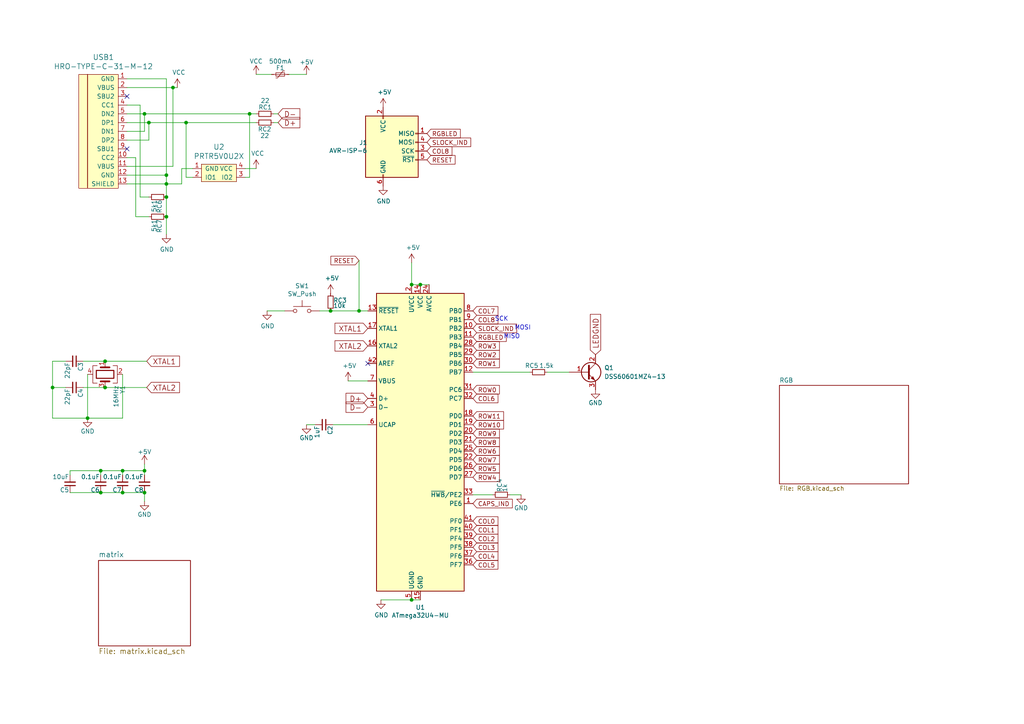
<source format=kicad_sch>
(kicad_sch (version 20211123) (generator eeschema)
  (paper "A4")
  (lib_symbols
    (symbol "KBD8X_MK2_Components:ATmega32U4-M"
      (property "Reference" "U" (at -12.7 44.45 0))
      (property "Value" "ATmega32U4-M" (at 2.54 -44.45 0))
      (symbol "ATmega32U4-M_0_1"
        (rectangle (start -12.7 -43.18) (end 12.7 43.18) (stroke (width 0.254)) (fill (type background)))
      )
      (symbol "ATmega32U4-M_1_1"
        (pin bidirectional line (at 15.24 -17.78 180) (length 2.54) (name "PE6") (number "1"))
        (pin bidirectional line (at 15.24 33.02 180) (length 2.54) (name "PB2") (number "10"))
        (pin bidirectional line (at 15.24 30.48 180) (length 2.54) (name "PB3") (number "11"))
        (pin bidirectional line (at 15.24 20.32 180) (length 2.54) (name "PB7") (number "12"))
        (pin input line (at -15.24 38.1 0) (length 2.54) (name "~{RESET}") (number "13"))
        (pin power_in line (at 0 45.72 270) (length 2.54) (name "VCC") (number "14"))
        (pin power_in line (at 0 -45.72 90) (length 2.54) (name "GND") (number "15"))
        (pin output line (at -15.24 27.94 0) (length 2.54) (name "XTAL2") (number "16"))
        (pin input line (at -15.24 33.02 0) (length 2.54) (name "XTAL1") (number "17"))
        (pin bidirectional line (at 15.24 7.62 180) (length 2.54) (name "PD0") (number "18"))
        (pin bidirectional line (at 15.24 5.08 180) (length 2.54) (name "PD1") (number "19"))
        (pin power_in line (at -2.54 45.72 270) (length 2.54) (name "UVCC") (number "2"))
        (pin bidirectional line (at 15.24 2.54 180) (length 2.54) (name "PD2") (number "20"))
        (pin bidirectional line (at 15.24 0 180) (length 2.54) (name "PD3") (number "21"))
        (pin bidirectional line (at 15.24 -5.08 180) (length 2.54) (name "PD5") (number "22"))
        (pin passive line (at 0 -45.72 90) (length 2.54) hide (name "GND") (number "23"))
        (pin power_in line (at 2.54 45.72 270) (length 2.54) (name "AVCC") (number "24"))
        (pin bidirectional line (at 15.24 -2.54 180) (length 2.54) (name "PD4") (number "25"))
        (pin bidirectional line (at 15.24 -7.62 180) (length 2.54) (name "PD6") (number "26"))
        (pin bidirectional line (at 15.24 -10.16 180) (length 2.54) (name "PD7") (number "27"))
        (pin bidirectional line (at 15.24 27.94 180) (length 2.54) (name "PB4") (number "28"))
        (pin bidirectional line (at 15.24 25.4 180) (length 2.54) (name "PB5") (number "29"))
        (pin bidirectional line (at -15.24 10.16 0) (length 2.54) (name "D-") (number "3"))
        (pin bidirectional line (at 15.24 22.86 180) (length 2.54) (name "PB6") (number "30"))
        (pin bidirectional line (at 15.24 15.24 180) (length 2.54) (name "PC6") (number "31"))
        (pin bidirectional line (at 15.24 12.7 180) (length 2.54) (name "PC7") (number "32"))
        (pin bidirectional line (at 15.24 -15.24 180) (length 2.54) (name "~{HWB}/PE2") (number "33"))
        (pin passive line (at 0 45.72 270) (length 2.54) hide (name "VCC") (number "34"))
        (pin passive line (at 0 -45.72 90) (length 2.54) hide (name "GND") (number "35"))
        (pin bidirectional line (at 15.24 -35.56 180) (length 2.54) (name "PF7") (number "36"))
        (pin bidirectional line (at 15.24 -33.02 180) (length 2.54) (name "PF6") (number "37"))
        (pin bidirectional line (at 15.24 -30.48 180) (length 2.54) (name "PF5") (number "38"))
        (pin bidirectional line (at 15.24 -27.94 180) (length 2.54) (name "PF4") (number "39"))
        (pin bidirectional line (at -15.24 12.7 0) (length 2.54) (name "D+") (number "4"))
        (pin bidirectional line (at 15.24 -25.4 180) (length 2.54) (name "PF1") (number "40"))
        (pin bidirectional line (at 15.24 -22.86 180) (length 2.54) (name "PF0") (number "41"))
        (pin passive line (at -15.24 22.86 0) (length 2.54) (name "AREF") (number "42"))
        (pin passive line (at 0 -45.72 90) (length 2.54) hide (name "GND") (number "43"))
        (pin passive line (at 2.54 45.72 270) (length 2.54) hide (name "AVCC") (number "44"))
        (pin passive line (at 0 -45.72 90) (length 2.54) hide (name "GND") (number "45"))
        (pin passive line (at -2.54 -45.72 90) (length 2.54) (name "UGND") (number "5"))
        (pin passive line (at -15.24 5.08 0) (length 2.54) (name "UCAP") (number "6"))
        (pin input line (at -15.24 17.78 0) (length 2.54) (name "VBUS") (number "7"))
        (pin bidirectional line (at 15.24 38.1 180) (length 2.54) (name "PB0") (number "8"))
        (pin bidirectional line (at 15.24 35.56 180) (length 2.54) (name "PB1") (number "9"))
      )
    )
    (symbol "KBD8X_MK2_Components:AVR-ISP-6" (pin_names (offset 1.016))
      (property "Reference" "J" (at -6.35 11.43 0))
      (property "Value" "AVR-ISP-6" (at 0 11.43 0))
      (symbol "AVR-ISP-6_0_1"
        (rectangle (start -2.667 -6.858) (end -2.413 -7.62))
        (rectangle (start -2.667 10.16) (end -2.413 9.398))
        (rectangle (start 7.62 -2.413) (end 6.858 -2.667))
        (rectangle (start 7.62 0.127) (end 6.858 -0.127))
        (rectangle (start 7.62 2.667) (end 6.858 2.413))
        (rectangle (start 7.62 5.207) (end 6.858 4.953))
        (rectangle (start 7.62 10.16) (end -7.62 -7.62) (stroke (width 0.254)) (fill (type background)))
      )
      (symbol "AVR-ISP-6_1_1"
        (pin passive line (at 10.16 5.08 180) (length 2.54) (name "MISO") (number "1"))
        (pin passive line (at -2.54 12.7 270) (length 2.54) (name "VCC") (number "2"))
        (pin passive line (at 10.16 0 180) (length 2.54) (name "SCK") (number "3"))
        (pin passive line (at 10.16 2.54 180) (length 2.54) (name "MOSI") (number "4"))
        (pin passive line (at 10.16 -2.54 180) (length 2.54) (name "~{RST}") (number "5"))
        (pin passive line (at -2.54 -10.16 90) (length 2.54) (name "GND") (number "6"))
      )
    )
    (symbol "KBD8X_MK2_Components:C_Small" (pin_numbers hide) (pin_names (offset 0.254) hide)
      (property "Reference" "C" (at 0.254 1.778 0))
      (property "Value" "C_Small" (at 0.254 -2.032 0))
      (symbol "C_Small_0_1"
        (polyline (pts (xy -1.524 -0.508) (xy 1.524 -0.508)) (stroke (width 0.3302)))
        (polyline (pts (xy -1.524 0.508) (xy 1.524 0.508)) (stroke (width 0.3048)))
      )
      (symbol "C_Small_1_1"
        (pin passive line (at 0 2.54 270) (length 2.032) (name "~") (number "1"))
        (pin passive line (at 0 -2.54 90) (length 2.032) (name "~") (number "2"))
      )
    )
    (symbol "KBD8X_MK2_Components:Crystal_GND24" (pin_names (offset 1.016) hide)
      (property "Reference" "Y" (at 3.175 5.08 0))
      (property "Value" "Crystal_GND24" (at 3.175 3.175 0))
      (symbol "Crystal_GND24_0_1"
        (rectangle (start -1.143 2.54) (end 1.143 -2.54) (stroke (width 0.3048)))
        (polyline (pts (xy -2.54 0) (xy -2.032 0)))
        (polyline (pts (xy -2.032 -1.27) (xy -2.032 1.27)) (stroke (width 0.508)))
        (polyline (pts (xy 0 -3.81) (xy 0 -3.556)))
        (polyline (pts (xy 0 3.556) (xy 0 3.81)))
        (polyline (pts (xy 2.032 -1.27) (xy 2.032 1.27)) (stroke (width 0.508)))
        (polyline (pts (xy 2.032 0) (xy 2.54 0)))
        (polyline (pts (xy -2.54 -2.286) (xy -2.54 -3.556) (xy 2.54 -3.556) (xy 2.54 -2.286)))
        (polyline (pts (xy -2.54 2.286) (xy -2.54 3.556) (xy 2.54 3.556) (xy 2.54 2.286)))
      )
      (symbol "Crystal_GND24_1_1"
        (pin passive line (at -3.81 0 0) (length 1.27) (name "1") (number "1"))
        (pin passive line (at 0 5.08 270) (length 1.27) (name "2") (number "2"))
        (pin passive line (at 3.81 0 180) (length 1.27) (name "3") (number "3"))
        (pin passive line (at 0 -5.08 90) (length 1.27) (name "4") (number "4"))
      )
    )
    (symbol "KBD8X_MK2_Components:HRO-TYPE-C-31-M-12" (pin_names (offset 1.016))
      (property "Reference" "USB" (at -5.08 16.51 0))
      (property "Value" "HRO-TYPE-C-31-M-12" (at -10.16 -1.27 90))
      (symbol "HRO-TYPE-C-31-M-12_0_1"
        (rectangle (start -11.43 15.24) (end -8.89 -17.78) (fill (type background)))
        (rectangle (start 0 -17.78) (end -8.89 15.24) (fill (type background)))
      )
      (symbol "HRO-TYPE-C-31-M-12_1_1"
        (pin input line (at 2.54 13.97 180) (length 2.54) (name "GND") (number "1"))
        (pin input line (at 2.54 -8.89 180) (length 2.54) (name "CC2") (number "10"))
        (pin input line (at 2.54 -11.43 180) (length 2.54) (name "VBUS") (number "11"))
        (pin input line (at 2.54 -13.97 180) (length 2.54) (name "GND") (number "12"))
        (pin input line (at 2.54 -16.51 180) (length 2.54) (name "SHIELD") (number "13"))
        (pin input line (at 2.54 11.43 180) (length 2.54) (name "VBUS") (number "2"))
        (pin input line (at 2.54 8.89 180) (length 2.54) (name "SBU2") (number "3"))
        (pin input line (at 2.54 6.35 180) (length 2.54) (name "CC1") (number "4"))
        (pin input line (at 2.54 3.81 180) (length 2.54) (name "DN2") (number "5"))
        (pin input line (at 2.54 1.27 180) (length 2.54) (name "DP1") (number "6"))
        (pin input line (at 2.54 -1.27 180) (length 2.54) (name "DN1") (number "7"))
        (pin input line (at 2.54 -3.81 180) (length 2.54) (name "DP2") (number "8"))
        (pin input line (at 2.54 -6.35 180) (length 2.54) (name "SBU1") (number "9"))
      )
    )
    (symbol "KBD8X_MK2_Components:PRTR5V0U2X" (pin_names (offset 1.016))
      (property "Reference" "U" (at 0 3.81 0))
      (property "Value" "PRTR5V0U2X" (at 0 -3.81 0))
      (symbol "PRTR5V0U2X_0_1"
        (rectangle (start -5.08 2.54) (end 5.08 -2.54) (fill (type background)))
      )
      (symbol "PRTR5V0U2X_1_1"
        (pin input line (at -7.62 1.27 0) (length 2.54) (name "GND") (number "1"))
        (pin input line (at -7.62 -1.27 0) (length 2.54) (name "IO1") (number "2"))
        (pin input line (at 7.62 -1.27 180) (length 2.54) (name "IO2") (number "3"))
        (pin input line (at 7.62 1.27 180) (length 2.54) (name "VCC") (number "4"))
      )
    )
    (symbol "KBD8X_MK2_Components:Polyfuse_Small" (pin_numbers hide) (pin_names (offset 0))
      (property "Reference" "F" (at -1.905 0 90))
      (property "Value" "Polyfuse_Small" (at 1.905 0 90))
      (symbol "Polyfuse_Small_0_1"
        (rectangle (start -0.508 1.27) (end 0.508 -1.27))
        (polyline (pts (xy 0 2.54) (xy 0 -2.54)))
        (polyline (pts (xy -1.016 1.27) (xy -1.016 0.762) (xy 1.016 -0.762) (xy 1.016 -1.27)))
      )
      (symbol "Polyfuse_Small_1_1"
        (pin passive line (at 0 2.54 270) (length 0.635) (name "~") (number "1"))
        (pin passive line (at 0 -2.54 90) (length 0.635) (name "~") (number "2"))
      )
    )
    (symbol "KBD8X_MK2_Components:Q_NPN_BCE" (pin_names (offset 0) hide)
      (property "Reference" "Q" (at 5.08 1.27 0))
      (property "Value" "Q_NPN_BCE" (at 5.08 -1.27 0))
      (symbol "Q_NPN_BCE_0_1"
        (polyline (pts (xy 0.635 0.635) (xy 2.54 2.54)))
        (polyline (pts (xy 0.635 -0.635) (xy 2.54 -2.54) (xy 2.54 -2.54)))
        (polyline (pts (xy 0.635 1.905) (xy 0.635 -1.905) (xy 0.635 -1.905)) (stroke (width 0.508)))
        (polyline (pts (xy 1.27 -1.778) (xy 1.778 -1.27) (xy 2.286 -2.286) (xy 1.27 -1.778) (xy 1.27 -1.778)) (fill (type outline)))
        (circle (center 1.27 0) (radius 2.8194) (stroke (width 0.254)))
      )
      (symbol "Q_NPN_BCE_1_1"
        (pin input line (at -5.08 0 0) (length 5.715) (name "B") (number "1"))
        (pin passive line (at 2.54 5.08 270) (length 2.54) (name "C") (number "2"))
        (pin passive line (at 2.54 -5.08 90) (length 2.54) (name "E") (number "3"))
      )
    )
    (symbol "KBD8X_MK2_Components:R_Small" (pin_numbers hide) (pin_names (offset 0.254) hide)
      (property "Reference" "R" (at 0.762 0.508 0))
      (property "Value" "R_Small" (at 0.762 -1.016 0))
      (symbol "R_Small_0_1"
        (rectangle (start -0.762 1.778) (end 0.762 -1.778) (stroke (width 0.2032)))
      )
      (symbol "R_Small_1_1"
        (pin passive line (at 0 2.54 270) (length 0.762) (name "~") (number "1"))
        (pin passive line (at 0 -2.54 90) (length 0.762) (name "~") (number "2"))
      )
    )
    (symbol "Switch:SW_Push" (pin_numbers hide) (pin_names (offset 1.016) hide)
      (property "Reference" "SW" (at 1.27 2.54 0))
      (property "Value" "SW_Push" (at 0 -1.524 0))
      (symbol "SW_Push_0_1"
        (circle (center -2.032 0) (radius 0.508))
        (polyline (pts (xy 0 1.27) (xy 0 3.048)))
        (polyline (pts (xy 2.54 1.27) (xy -2.54 1.27)))
        (circle (center 2.032 0) (radius 0.508))
        (pin passive line (at -5.08 0 0) (length 2.54) (name "1") (number "1"))
        (pin passive line (at 5.08 0 180) (length 2.54) (name "2") (number "2"))
      )
    )
    (symbol "power:+5V" (power) (pin_names (offset 0))
      (property "Value" "+5V" (at 0 3.556 0))
      (symbol "+5V_0_1"
        (polyline (pts (xy -0.762 1.27) (xy 0 2.54)))
        (polyline (pts (xy 0 0) (xy 0 2.54)))
        (polyline (pts (xy 0 2.54) (xy 0.762 1.27)))
      )
      (symbol "+5V_1_1"
        (pin power_in line (at 0 0 90) (length 0) hide (name "+5V") (number "1"))
      )
    )
    (symbol "power:GND" (power) (pin_names (offset 0))
      (property "Value" "GND" (at 0 -3.81 0))
      (symbol "GND_0_1"
        (polyline (pts (xy 0 0) (xy 0 -1.27) (xy 1.27 -1.27) (xy 0 -2.54) (xy -1.27 -1.27) (xy 0 -1.27)))
      )
      (symbol "GND_1_1"
        (pin power_in line (at 0 0 270) (length 0) hide (name "GND") (number "1"))
      )
    )
    (symbol "power:VCC" (power) (pin_names (offset 0))
      (property "Value" "VCC" (at 0 3.81 0))
      (symbol "VCC_0_1"
        (polyline (pts (xy -0.762 1.27) (xy 0 2.54)))
        (polyline (pts (xy 0 0) (xy 0 2.54)))
        (polyline (pts (xy 0 2.54) (xy 0.762 1.27)))
      )
      (symbol "VCC_1_1"
        (pin power_in line (at 0 0 90) (length 0) hide (name "VCC") (number "1"))
      )
    )
  )
  (junction (at 43.18 35.56))
  (junction (at 15.24 112.395))
  (junction (at 48.26 50.8))
  (junction (at 25.4 121.285))
  (junction (at 41.91 33.02))
  (junction (at 48.26 62.865))
  (junction (at 121.92 82.55))
  (junction (at 119.38 82.55))
  (junction (at 29.21 136.525))
  (junction (at 29.21 142.875))
  (junction (at 95.885 90.17))
  (junction (at 48.26 53.34))
  (junction (at 72.39 33.02))
  (junction (at 48.26 57.15))
  (junction (at 41.91 142.875))
  (junction (at 119.38 173.99))
  (junction (at 35.56 142.875))
  (junction (at 104.14 90.17))
  (junction (at 41.91 136.525))
  (junction (at 30.48 112.395))
  (junction (at 30.48 104.775))
  (junction (at 35.56 136.525))
  (junction (at 50.165 25.4))
  (junction (at 53.975 35.56))
  (no_connect (at 36.83 27.94))
  (no_connect (at 36.83 43.18))
  (no_connect (at 106.68 105.41))
  (wire (pts (xy 40.64 57.15) (xy 43.18 57.15)))
  (wire (pts (xy 20.32 136.525) (xy 29.21 136.525)))
  (wire (pts (xy 15.24 121.285) (xy 25.4 121.285)))
  (wire (pts (xy 153.67 107.95) (xy 137.16 107.95)))
  (wire (pts (xy 36.83 45.72) (xy 39.37 45.72)))
  (wire (pts (xy 36.83 40.64) (xy 43.18 40.64)))
  (wire (pts (xy 36.83 48.26) (xy 50.165 48.26)))
  (wire (pts (xy 35.56 121.285) (xy 35.56 108.585)))
  (wire (pts (xy 40.64 57.15) (xy 40.64 30.48)))
  (wire (pts (xy 15.24 112.395) (xy 19.05 112.395)))
  (wire (pts (xy 74.295 21.59) (xy 78.74 21.59)))
  (wire (pts (xy 20.32 136.525) (xy 20.32 137.795)))
  (wire (pts (xy 35.56 136.525) (xy 41.91 136.525)))
  (wire (pts (xy 48.26 57.15) (xy 48.26 62.865)))
  (wire (pts (xy 36.83 33.02) (xy 41.91 33.02)))
  (wire (pts (xy 100.965 110.49) (xy 106.68 110.49)))
  (wire (pts (xy 50.165 48.26) (xy 50.165 25.4)))
  (wire (pts (xy 72.39 33.02) (xy 74.295 33.02)))
  (wire (pts (xy 39.37 62.865) (xy 43.18 62.865)))
  (wire (pts (xy 74.295 48.895) (xy 71.12 48.895)))
  (wire (pts (xy 52.705 53.34) (xy 52.705 48.895)))
  (wire (pts (xy 29.21 136.525) (xy 29.21 137.795)))
  (wire (pts (xy 95.885 90.17) (xy 104.14 90.17)))
  (wire (pts (xy 71.12 51.435) (xy 72.39 51.435)))
  (wire (pts (xy 48.26 53.34) (xy 48.26 50.8)))
  (wire (pts (xy 82.55 90.17) (xy 77.47 90.17)))
  (wire (pts (xy 119.38 173.99) (xy 121.92 173.99)))
  (wire (pts (xy 24.13 112.395) (xy 30.48 112.395)))
  (wire (pts (xy 51.435 25.4) (xy 50.165 25.4)))
  (wire (pts (xy 35.56 136.525) (xy 35.56 137.795)))
  (wire (pts (xy 158.75 107.95) (xy 165.1 107.95)))
  (wire (pts (xy 36.83 22.86) (xy 48.26 22.86)))
  (wire (pts (xy 41.91 38.1) (xy 36.83 38.1)))
  (wire (pts (xy 121.92 82.55) (xy 124.46 82.55)))
  (wire (pts (xy 15.24 112.395) (xy 15.24 121.285)))
  (wire (pts (xy 43.18 40.64) (xy 43.18 35.56)))
  (wire (pts (xy 92.71 90.17) (xy 95.885 90.17)))
  (wire (pts (xy 19.05 104.775) (xy 15.24 104.775)))
  (wire (pts (xy 35.56 142.875) (xy 41.91 142.875)))
  (wire (pts (xy 142.875 143.51) (xy 137.16 143.51)))
  (wire (pts (xy 36.83 53.34) (xy 48.26 53.34)))
  (wire (pts (xy 43.18 35.56) (xy 36.83 35.56)))
  (wire (pts (xy 53.975 35.56) (xy 74.295 35.56)))
  (wire (pts (xy 48.26 50.8) (xy 36.83 50.8)))
  (wire (pts (xy 41.91 33.02) (xy 72.39 33.02)))
  (wire (pts (xy 79.375 33.02) (xy 80.645 33.02)))
  (wire (pts (xy 72.39 51.435) (xy 72.39 33.02)))
  (wire (pts (xy 25.4 121.285) (xy 25.4 108.585)))
  (wire (pts (xy 119.38 76.2) (xy 119.38 82.55)))
  (wire (pts (xy 25.4 121.285) (xy 35.56 121.285)))
  (wire (pts (xy 24.13 104.775) (xy 30.48 104.775)))
  (wire (pts (xy 40.64 30.48) (xy 36.83 30.48)))
  (wire (pts (xy 48.26 53.34) (xy 52.705 53.34)))
  (wire (pts (xy 20.32 142.875) (xy 29.21 142.875)))
  (wire (pts (xy 30.48 112.395) (xy 42.545 112.395)))
  (wire (pts (xy 55.88 51.435) (xy 53.975 51.435)))
  (wire (pts (xy 80.645 35.56) (xy 79.375 35.56)))
  (wire (pts (xy 48.26 53.34) (xy 48.26 57.15)))
  (wire (pts (xy 119.38 82.55) (xy 121.92 82.55)))
  (wire (pts (xy 48.26 62.865) (xy 48.26 67.945)))
  (wire (pts (xy 43.18 35.56) (xy 53.975 35.56)))
  (wire (pts (xy 110.49 173.99) (xy 119.38 173.99)))
  (wire (pts (xy 30.48 104.775) (xy 42.545 104.775)))
  (wire (pts (xy 52.705 48.895) (xy 55.88 48.895)))
  (wire (pts (xy 29.21 142.875) (xy 35.56 142.875)))
  (wire (pts (xy 39.37 45.72) (xy 39.37 62.865)))
  (wire (pts (xy 104.14 90.17) (xy 106.68 90.17)))
  (wire (pts (xy 48.26 22.86) (xy 48.26 50.8)))
  (wire (pts (xy 83.82 21.59) (xy 88.9 21.59)))
  (wire (pts (xy 41.91 136.525) (xy 41.91 137.795)))
  (wire (pts (xy 96.52 123.19) (xy 106.68 123.19)))
  (wire (pts (xy 15.24 104.775) (xy 15.24 112.395)))
  (wire (pts (xy 147.955 143.51) (xy 151.13 143.51)))
  (wire (pts (xy 53.975 51.435) (xy 53.975 35.56)))
  (wire (pts (xy 41.91 134.62) (xy 41.91 136.525)))
  (wire (pts (xy 41.91 142.875) (xy 41.91 145.415)))
  (wire (pts (xy 88.9 123.19) (xy 91.44 123.19)))
  (wire (pts (xy 104.14 75.565) (xy 104.14 90.17)))
  (wire (pts (xy 50.165 25.4) (xy 36.83 25.4)))
  (wire (pts (xy 41.91 33.02) (xy 41.91 38.1)))
  (wire (pts (xy 29.21 136.525) (xy 35.56 136.525)))
  (text "SCK" (at 143.51 93.345 0) (effects (font (size 1.27 1.27)) (justify left bottom)))
  (text "MOSI" (at 149.225 95.885 0) (effects (font (size 1.27 1.27)) (justify left bottom)))
  (text "MISO" (at 146.05 98.425 0) (effects (font (size 1.27 1.27)) (justify left bottom)))
  (global_label "COL8" (shape input) (at 137.16 92.71 0) (property "Intersheet References" "${INTERSHEET_REFS}" (effects hide)))
  (global_label "SLOCK_IND" (shape input) (at 123.825 41.275 0) (property "Intersheet References" "${INTERSHEET_REFS}" (effects hide)))
  (global_label "ROW3" (shape input) (at 137.16 100.33 0) (property "Intersheet References" "${INTERSHEET_REFS}" (effects hide)))
  (global_label "COL5" (shape input) (at 137.16 163.83 0) (property "Intersheet References" "${INTERSHEET_REFS}" (effects hide)))
  (global_label "XTAL1" (shape input) (at 42.545 104.775 0) (effects (font (size 1.524 1.524))) (property "Intersheet References" "${INTERSHEET_REFS}" (effects hide)))
  (global_label "RESET" (shape input) (at 104.14 75.565 180) (property "Intersheet References" "${INTERSHEET_REFS}" (effects hide)))
  (global_label "COL8" (shape input) (at 123.825 43.815 0) (property "Intersheet References" "${INTERSHEET_REFS}" (effects hide)))
  (global_label "COL4" (shape input) (at 137.16 161.29 0) (property "Intersheet References" "${INTERSHEET_REFS}" (effects hide)))
  (global_label "COL1" (shape input) (at 137.16 153.67 0) (property "Intersheet References" "${INTERSHEET_REFS}" (effects hide)))
  (global_label "CAPS_IND" (shape input) (at 137.16 146.05 0) (property "Intersheet References" "${INTERSHEET_REFS}" (effects hide)))
  (global_label "D-" (shape input) (at 80.645 33.02 0) (effects (font (size 1.524 1.524))) (property "Intersheet References" "${INTERSHEET_REFS}" (effects hide)))
  (global_label "ROW9" (shape input) (at 137.16 125.73 0) (property "Intersheet References" "${INTERSHEET_REFS}" (effects hide)))
  (global_label "COL3" (shape input) (at 137.16 158.75 0) (property "Intersheet References" "${INTERSHEET_REFS}" (effects hide)))
  (global_label "ROW11" (shape input) (at 137.16 120.65 0) (property "Intersheet References" "${INTERSHEET_REFS}" (effects hide)))
  (global_label "ROW1" (shape input) (at 137.16 105.41 0) (property "Intersheet References" "${INTERSHEET_REFS}" (effects hide)))
  (global_label "ROW10" (shape input) (at 137.16 123.19 0) (property "Intersheet References" "${INTERSHEET_REFS}" (effects hide)))
  (global_label "RESET" (shape input) (at 123.825 46.355 0) (property "Intersheet References" "${INTERSHEET_REFS}" (effects hide)))
  (global_label "XTAL2" (shape input) (at 42.545 112.395 0) (effects (font (size 1.524 1.524))) (property "Intersheet References" "${INTERSHEET_REFS}" (effects hide)))
  (global_label "ROW6" (shape input) (at 137.16 130.81 0) (property "Intersheet References" "${INTERSHEET_REFS}" (effects hide)))
  (global_label "XTAL1" (shape input) (at 106.68 95.25 180) (effects (font (size 1.524 1.524))) (property "Intersheet References" "${INTERSHEET_REFS}" (effects hide)))
  (global_label "ROW4" (shape input) (at 137.16 138.43 0) (property "Intersheet References" "${INTERSHEET_REFS}" (effects hide)))
  (global_label "XTAL2" (shape input) (at 106.68 100.33 180) (effects (font (size 1.524 1.524))) (property "Intersheet References" "${INTERSHEET_REFS}" (effects hide)))
  (global_label "ROW2" (shape input) (at 137.16 102.87 0) (property "Intersheet References" "${INTERSHEET_REFS}" (effects hide)))
  (global_label "SLOCK_IND" (shape input) (at 137.16 95.25 0) (property "Intersheet References" "${INTERSHEET_REFS}" (effects hide)))
  (global_label "ROW7" (shape input) (at 137.16 133.35 0) (property "Intersheet References" "${INTERSHEET_REFS}" (effects hide)))
  (global_label "D+" (shape input) (at 80.645 35.56 0) (effects (font (size 1.524 1.524))) (property "Intersheet References" "${INTERSHEET_REFS}" (effects hide)))
  (global_label "RGBLED" (shape input) (at 123.825 38.735 0) (property "Intersheet References" "${INTERSHEET_REFS}" (effects hide)))
  (global_label "ROW5" (shape input) (at 137.16 135.89 0) (property "Intersheet References" "${INTERSHEET_REFS}" (effects hide)))
  (global_label "ROW8" (shape input) (at 137.16 128.27 0) (property "Intersheet References" "${INTERSHEET_REFS}" (effects hide)))
  (global_label "D-" (shape input) (at 106.68 118.11 180) (effects (font (size 1.524 1.524))) (property "Intersheet References" "${INTERSHEET_REFS}" (effects hide)))
  (global_label "LEDGND" (shape input) (at 172.72 102.87 90) (effects (font (size 1.524 1.524))) (property "Intersheet References" "${INTERSHEET_REFS}" (effects hide)))
  (global_label "RGBLED" (shape input) (at 137.16 97.79 0) (property "Intersheet References" "${INTERSHEET_REFS}" (effects hide)))
  (global_label "COL0" (shape input) (at 137.16 151.13 0) (property "Intersheet References" "${INTERSHEET_REFS}" (effects hide)))
  (global_label "D+" (shape input) (at 106.68 115.57 180) (effects (font (size 1.524 1.524))) (property "Intersheet References" "${INTERSHEET_REFS}" (effects hide)))
  (global_label "ROW0" (shape input) (at 137.16 113.03 0) (property "Intersheet References" "${INTERSHEET_REFS}" (effects hide)))
  (global_label "COL6" (shape input) (at 137.16 115.57 0) (property "Intersheet References" "${INTERSHEET_REFS}" (effects hide)))
  (global_label "COL7" (shape input) (at 137.16 90.17 0) (property "Intersheet References" "${INTERSHEET_REFS}" (effects hide)))
  (global_label "COL2" (shape input) (at 137.16 156.21 0) (property "Intersheet References" "${INTERSHEET_REFS}" (effects hide)))
  (symbol (lib_id "KBD8X_MK2_Components:Polyfuse_Small") (at 81.28 21.59 270) (unit 1)
    (property "Reference" "F1" (at 81.28 19.685 90))
    (property "Value" "500mA" (at 81.28 17.78 90))
    (property "Footprint" "KBD8X_MK2_Components:Fuse_1206_3216Metric" (effects hide))
  )
  (symbol (lib_id "power:+5V") (at 88.9 21.59 0) (unit 1)
    (property "Reference" "#PWR01" (effects hide))
    (property "Value" "+5V" (at 88.9 18.034 0))
  )
  (symbol (lib_id "KBD8X_MK2_Components:R_Small") (at 76.835 33.02 270) (unit 1)
    (property "Reference" "RC1" (at 74.93 31.115 90) (effects (justify left)))
    (property "Value" "22" (at 75.565 29.21 90) (effects (justify left)))
    (property "Footprint" "KBD8X_MK2_Components:R_0603" (effects hide))
  )
  (symbol (lib_id "KBD8X_MK2_Components:R_Small") (at 76.835 35.56 90) (unit 1)
    (property "Reference" "RC2" (at 78.74 37.465 90) (effects (justify left)))
    (property "Value" "22" (at 78.105 39.37 90) (effects (justify left)))
    (property "Footprint" "KBD8X_MK2_Components:R_0603" (effects hide))
  )
  (symbol (lib_id "KBD8X_MK2_Components:Q_NPN_BCE") (at 170.18 107.95 0) (unit 1)
    (property "Reference" "Q1" (at 175.26 106.68 0) (effects (justify left)))
    (property "Value" "DSS60601MZ4-13" (at 175.26 109.22 0) (effects (justify left)))
    (property "Footprint" "KBD8X_MK2_Components:SOT-223-3_TabPin2" (effects hide))
  )
  (symbol (lib_id "power:GND") (at 172.72 113.03 0) (unit 1)
    (property "Reference" "#PWR02" (effects hide))
    (property "Value" "GND" (at 172.72 116.84 0))
  )
  (symbol (lib_id "KBD8X_MK2_Components:R_Small") (at 156.21 107.95 90) (unit 1)
    (property "Reference" "RC5" (at 156.21 106.045 90) (effects (justify left)))
    (property "Value" "1.5k" (at 160.655 106.045 90) (effects (justify left)))
    (property "Footprint" "KBD8X_MK2_Components:R_0603" (effects hide))
  )
  (symbol (lib_id "power:VCC") (at 74.295 21.59 0) (unit 1)
    (property "Reference" "#PWR03" (effects hide))
    (property "Value" "VCC" (at 74.295 17.78 0))
  )
  (symbol (lib_id "KBD8X_MK2_Components:R_Small") (at 95.885 87.63 0) (unit 1)
    (property "Reference" "RC3" (at 96.647 87.122 0) (effects (justify left)))
    (property "Value" "10k" (at 96.647 88.646 0) (effects (justify left)))
    (property "Footprint" "KBD8X_MK2_Components:R_0603" (effects hide))
  )
  (symbol (lib_id "KBD8X_MK2_Components:C_Small") (at 93.98 123.19 270) (unit 1)
    (property "Reference" "C2" (at 95.758 123.444 0) (effects (justify left)))
    (property "Value" "1uF" (at 91.948 123.444 0) (effects (justify left)))
    (property "Footprint" "KBD8X_MK2_Components:C_0603" (effects hide))
  )
  (symbol (lib_id "power:GND") (at 88.9 123.19 0) (unit 1)
    (property "Reference" "#PWR08" (effects hide))
    (property "Value" "GND" (at 88.9 127 0))
  )
  (symbol (lib_id "KBD8X_MK2_Components:Crystal_GND24") (at 30.48 108.585 270) (unit 1)
    (property "Reference" "Y1" (at 35.56 111.76 0) (effects (justify left)))
    (property "Value" "16MHz" (at 33.655 111.76 0) (effects (justify left)))
    (property "Footprint" "KBD8X_MK2_Components:Crystal_SMD_3225-4pin_3.2x2.5mm" (effects hide))
  )
  (symbol (lib_id "power:GND") (at 25.4 121.285 0) (unit 1)
    (property "Reference" "#PWR09" (effects hide))
    (property "Value" "GND" (at 25.4 125.095 0))
  )
  (symbol (lib_id "KBD8X_MK2_Components:C_Small") (at 21.59 104.775 270) (unit 1)
    (property "Reference" "C3" (at 23.368 105.029 0) (effects (justify left)))
    (property "Value" "22pF" (at 19.558 105.029 0) (effects (justify left)))
    (property "Footprint" "KBD8X_MK2_Components:C_0603" (effects hide))
  )
  (symbol (lib_id "KBD8X_MK2_Components:C_Small") (at 21.59 112.395 270) (unit 1)
    (property "Reference" "C4" (at 23.368 112.649 0) (effects (justify left)))
    (property "Value" "22pF" (at 19.558 112.649 0) (effects (justify left)))
    (property "Footprint" "KBD8X_MK2_Components:C_0603" (effects hide))
  )
  (symbol (lib_id "KBD8X_MK2_Components:R_Small") (at 145.415 143.51 90) (unit 1)
    (property "Reference" "RC4" (at 144.907 142.748 0) (effects (justify left)))
    (property "Value" "1k" (at 146.431 142.748 0) (effects (justify left)))
    (property "Footprint" "KBD8X_MK2_Components:R_0603" (effects hide))
  )
  (symbol (lib_id "power:GND") (at 151.13 143.51 0) (unit 1)
    (property "Reference" "#PWR011" (effects hide))
    (property "Value" "GND" (at 151.13 147.32 0))
  )
  (symbol (lib_id "KBD8X_MK2_Components:C_Small") (at 29.21 140.335 180) (unit 1)
    (property "Reference" "C6" (at 28.956 142.113 0) (effects (justify left)))
    (property "Value" "0.1uF" (at 28.956 138.303 0) (effects (justify left)))
    (property "Footprint" "KBD8X_MK2_Components:C_0603" (effects hide))
  )
  (symbol (lib_id "KBD8X_MK2_Components:C_Small") (at 35.56 140.335 180) (unit 1)
    (property "Reference" "C7" (at 35.306 142.113 0) (effects (justify left)))
    (property "Value" "0.1uF" (at 35.306 138.303 0) (effects (justify left)))
    (property "Footprint" "KBD8X_MK2_Components:C_0603" (effects hide))
  )
  (symbol (lib_id "KBD8X_MK2_Components:C_Small") (at 41.91 140.335 180) (unit 1)
    (property "Reference" "C8" (at 41.656 142.113 0) (effects (justify left)))
    (property "Value" "0.1uF" (at 41.656 138.303 0) (effects (justify left)))
    (property "Footprint" "KBD8X_MK2_Components:C_0603" (effects hide))
  )
  (symbol (lib_id "KBD8X_MK2_Components:C_Small") (at 20.32 140.335 180) (unit 1)
    (property "Reference" "C5" (at 20.066 142.113 0) (effects (justify left)))
    (property "Value" "10uF" (at 20.066 138.303 0) (effects (justify left)))
    (property "Footprint" "KBD8X_MK2_Components:C_0603" (effects hide))
  )
  (symbol (lib_id "power:GND") (at 41.91 145.415 0) (unit 1)
    (property "Reference" "#PWR012" (effects hide))
    (property "Value" "GND" (at 41.91 149.225 0))
  )
  (symbol (lib_id "power:+5V") (at 41.91 134.62 0) (unit 1)
    (property "Reference" "#PWR013" (effects hide))
    (property "Value" "+5V" (at 41.91 131.064 0))
  )
  (symbol (lib_id "KBD8X_MK2_Components:AVR-ISP-6") (at 113.665 43.815 0) (unit 1)
    (property "Reference" "J1" (at 106.553 41.3766 0) (effects (justify right)))
    (property "Value" "AVR-ISP-6" (at 106.553 43.688 0) (effects (justify right)))
    (property "Footprint" "KBD8X_MK2_Components:Reset_Pretty-Mask" (effects hide))
    (property "Datasheet" " ~" (effects hide))
  )
  (symbol (lib_id "power:+5V") (at 111.125 31.115 0) (unit 1)
    (property "Reference" "#PWR0101" (effects hide))
    (property "Value" "+5V" (at 111.506 26.7208 0))
  )
  (symbol (lib_id "power:GND") (at 111.125 53.975 0) (unit 1)
    (property "Reference" "#PWR0102" (effects hide))
    (property "Value" "GND" (at 111.252 58.3692 0))
  )
  (symbol (lib_id "KBD8X_MK2_Components:HRO-TYPE-C-31-M-12") (at 34.29 36.83 0) (unit 1)
    (property "Reference" "USB1" (at 29.9974 16.5862 0) (effects (font (size 1.524 1.524))))
    (property "Value" "HRO-TYPE-C-31-M-12" (at 29.9974 19.2786 0) (effects (font (size 1.524 1.524))))
    (property "Footprint" "KBD8X_MK2_Components:HRO-TYPE-C-31-M-12-Assembly" (effects hide))
  )
  (symbol (lib_id "power:VCC") (at 51.435 25.4 0) (unit 1)
    (property "Reference" "#PWR04" (effects hide))
    (property "Value" "VCC" (at 51.8668 21.0058 0))
  )
  (symbol (lib_id "power:GND") (at 48.26 67.945 0) (unit 1)
    (property "Reference" "#PWR016" (effects hide))
    (property "Value" "GND" (at 48.387 72.3392 0))
  )
  (symbol (lib_id "KBD8X_MK2_Components:PRTR5V0U2X") (at 63.5 50.165 0) (unit 1)
    (property "Reference" "U2" (at 63.5 42.6212 0) (effects (font (size 1.524 1.524))))
    (property "Value" "PRTR5V0U2X" (at 63.5 45.3136 0) (effects (font (size 1.524 1.524))))
    (property "Footprint" "KBD8X_MK2_Components:SOT143B" (effects hide))
  )
  (symbol (lib_id "power:VCC") (at 74.295 48.895 0) (unit 1)
    (property "Reference" "#PWR015" (effects hide))
    (property "Value" "VCC" (at 74.7268 44.5008 0))
  )
  (symbol (lib_id "Switch:SW_Push") (at 87.63 90.17 0) (unit 1)
    (property "Reference" "SW1" (at 87.63 82.931 0))
    (property "Value" "SW_Push" (at 87.63 85.2424 0))
    (property "Footprint" "KBD8X_MK2_Components:SKQG-1155865" (effects hide))
  )
  (symbol (lib_id "power:GND") (at 77.47 90.17 0) (unit 1)
    (property "Reference" "#PWR0106" (effects hide))
    (property "Value" "GND" (at 77.597 94.5642 0))
  )
  (symbol (lib_id "KBD8X_MK2_Components:ATmega32U4-M") (at 121.92 128.27 0) (unit 1)
    (property "Reference" "U1" (at 121.92 176.1744 0))
    (property "Value" "ATmega32U4-MU" (at 121.92 178.4858 0))
    (property "Footprint" "Package_DFN_QFN:QFN-44-1EP_7x7mm_P0.5mm_EP5.2x5.2mm" (effects hide))
    (property "Datasheet" "http://ww1.microchip.com/downloads/en/DeviceDoc/Atmel-7766-8-bit-AVR-ATmega16U4-32U4_Datasheet.pdf" (effects hide))
  )
  (symbol (lib_id "power:+5V") (at 100.965 110.49 0) (unit 1)
    (property "Reference" "#PWR0104" (effects hide))
    (property "Value" "+5V" (at 101.346 106.0958 0))
  )
  (symbol (lib_id "power:+5V") (at 119.38 76.2 0) (unit 1)
    (property "Reference" "#PWR0105" (effects hide))
    (property "Value" "+5V" (at 119.761 71.8058 0))
  )
  (symbol (lib_id "power:GND") (at 110.49 173.99 0) (unit 1)
    (property "Reference" "#PWR0145" (effects hide))
    (property "Value" "GND" (at 110.617 178.3842 0))
  )
  (symbol (lib_id "power:+5V") (at 95.885 85.09 0) (unit 1)
    (property "Reference" "#PWR0103" (effects hide))
    (property "Value" "+5V" (at 96.266 80.6958 0))
  )
  (symbol (lib_id "KBD8X_MK2_Components:R_Small") (at 45.72 57.15 270) (unit 1)
    (property "Reference" "RC6" (at 46.228 57.912 0) (effects (justify left)))
    (property "Value" "5k1" (at 44.704 57.912 0) (effects (justify left)))
    (property "Footprint" "KBD8X_MK2_Components:R_0603" (effects hide))
  )
  (symbol (lib_id "KBD8X_MK2_Components:R_Small") (at 45.72 62.865 270) (unit 1)
    (property "Reference" "RC7" (at 46.228 63.627 0) (effects (justify left)))
    (property "Value" "5k1" (at 44.704 63.627 0) (effects (justify left)))
    (property "Footprint" "KBD8X_MK2_Components:R_0603" (effects hide))
  )
  (sheet (at 28.575 162.56) (size 26.67 24.765)
    (property "Sheet name" "matrix" (at 28.575 161.7214 0) (effects (font (size 1.524 1.524)) (justify left bottom)))
    (property "Sheet file" "matrix.kicad_sch" (at 28.575 188.0112 0) (effects (font (size 1.524 1.524)) (justify left top)))
  )
  (sheet (at 226.06 111.76) (size 37.465 28.575)
    (property "Sheet name" "RGB" (at 226.06 111.0484 0) (effects (justify left bottom)))
    (property "Sheet file" "RGB.kicad_sch" (at 226.06 140.9196 0) (effects (justify left top)))
  )
)
</source>
